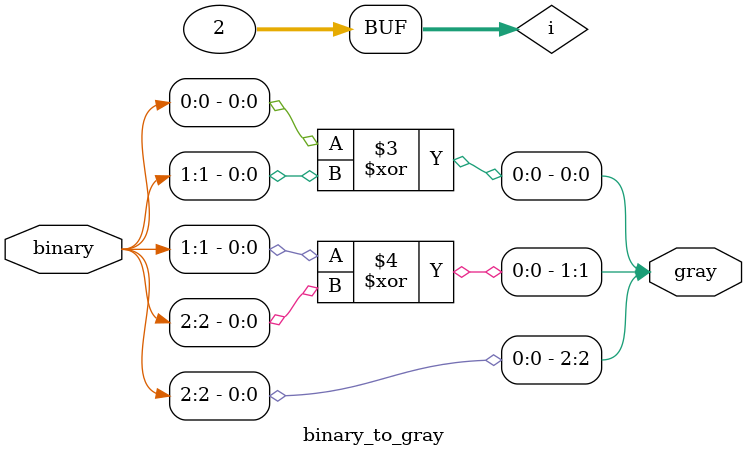
<source format=v>
module binary_to_gray(binary,gray);
input [N-1:0] binary;
output reg [N-1:0] gray;
parameter N =3;
integer i;
always @(*) begin
    gray[N-1] = binary[N-1];
    for (i = 0; i < N-1; i = i + 1) begin
        gray[i] = binary[i] ^ binary[i+1];
    end
end
endmodule

</source>
